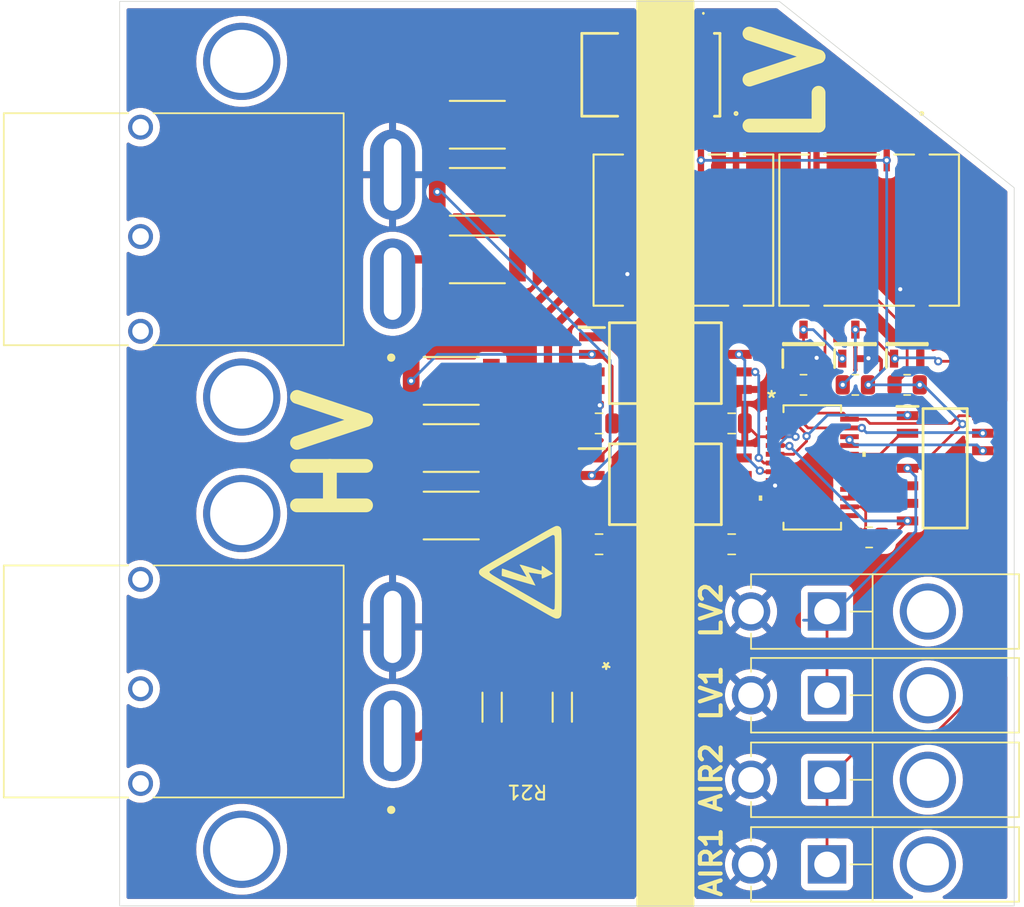
<source format=kicad_pcb>
(kicad_pcb (version 20240108) (generator "pcbnew") (generator_version "8.0")
  (layers (0 "F.Cu" signal) (31 "B.Cu" signal) (34 "B.Paste" user) (35 "F.Paste" user) (36 "B.SilkS" user "B.Silkscreen") (37 "F.SilkS" user "F.Silkscreen") (38 "B.Mask" user) (39 "F.Mask" user) (44 "Edge.Cuts" user))
  (net 0 "")
  (net 1 "VBAT")
  (net 2 "HVGND")
  (net 3 "+5V_HV")
  (net 4 "AIR-")
  (net 5 "+5V_LV")
  (net 6 "CHARGE_EN")
  (net 7 "+12V")
  (net 8 "VCAP")
  (net 9 "AIR+")
  (net 10 "Net-(Q1-G)")
  (net 11 "Net-(R1-Pad2)")
  (net 12 "Net-(R4-Pad2)")
  (net 13 "Net-(U3A--)")
  (net 14 "Net-(U3A-+)")
  (net 15 "Net-(Q1-D)")
  (net 16 "Net-(U3B--)")
  (net 17 "Net-(U3B-+)")
  (net 18 "Net-(R14-Pad2)")
  (net 19 "Net-(U3C--)")
  (net 20 "Net-(U3C-+)")
  (net 21 "Net-(K1-Pad6)")
  (net 22 "VCAP_0.5%")
  (net 23 "VBAT_0.5%")
  (net 24 "Net-(U1-OUT+)")
  (net 25 "Net-(U1-OUT-)")
  (net 26 "Net-(U2-OUT+)")
  (net 27 "Net-(U2-OUT-)")
  (net 28 "Net-(RN10K1-Pad2)")
  (footprint "customFootprints:IMB03IGR" (layer "F.Cu") (at 146.95 92.9692 180)
    (property "Reference" "K1" (hide yes))
    (property "Value" "IMB06IGR" (hide yes))
    (pad "1" smd rect (at -3.8 3 180) (size 0.7 2) (layers "F.Cu" "F.Paste" "F.Mask") (net 6 "CHARGE_EN"))
    (pad "3" smd rect (at 1.6 3 180) (size 0.7 2) (layers "F.Cu" "F.Paste" "F.Mask") (net 1 "VBAT"))
    (pad "6" smd rect (at 1.6 -3 180) (size 0.7 2) (layers "F.Cu" "F.Paste" "F.Mask") (net 21 "Net-(K1-Pad6)"))
    (pad "8" smd rect (at -3.8 -3 180) (size 0.7 2) (layers "F.Cu" "F.Paste" "F.Mask") (net 4 "AIR-"))
  )
  (footprint "Capacitor_SMD:C_0805_2012Metric" (layer "F.Cu") (at 152.8 126.9692 180)
    (property "Reference" "C3" (hide yes))
    (property "Value" "100nF")
    (pad "1" smd roundrect (at -0.95 0 180) (size 1 1.45) (layers "F.Cu" "F.Paste" "F.Mask") (net 4 "AIR-"))
    (pad "2" smd roundrect (at 0.95 0 180) (size 1 1.45) (layers "F.Cu" "F.Paste" "F.Mask") (net 5 "+5V_LV"))
  )
  (footprint "customFootprints:PWR263S-35-1002F_BRN" (layer "F.Cu") (at 138 144.9042 180)
    (property "Reference" "R21" (at 0 0 180) (layer "F.SilkS"))
    (property "Value" "15K")
    (fp_text user "*" (at -5.715 9.446399 180) (layer "F.SilkS"))
    (fp_text user "*" (at -5.715 9.446399 180) (layer "F.SilkS"))
    (pad "1" smd rect (at -2.54 9.446399 180) (size 1.4478 3.81) (layers "F.Cu" "F.Paste" "F.Mask") (net 21 "Net-(K1-Pad6)"))
    (pad "2" smd rect (at 0 0 180) (size 10.16 9.4996) (layers "F.Cu" "F.Paste" "F.Mask"))
    (pad "3" smd rect (at 2.54 9.446399 180) (size 1.4478 3.81) (layers "F.Cu" "F.Paste" "F.Mask") (net 8 "VCAP"))
  )
  (footprint "customFootprints:SOT95P237X112-3N" (layer "F.Cu") (at 165.5 112.47545 90)
    (property "Reference" "Q3" (hide yes))
    (property "Value" "SQ2362" (hide yes))
    (pad "1" smd rect (at -1.05 -0.95 180) (size 0.6 1.3) (layers "F.Cu" "F.Paste" "F.Mask") (net 9 "AIR+"))
    (pad "2" smd rect (at -1.05 0.95 180) (size 0.6 1.3) (layers "F.Cu" "F.Paste" "F.Mask") (net 4 "AIR-"))
    (pad "3" smd rect (at 1.05 0 180) (size 0.6 1.3) (layers "F.Cu" "F.Paste" "F.Mask") (net 6 "CHARGE_EN"))
  )
  (footprint "customFootprints:SMD5_12.75X10.7X6.7_SINGLE_RCP" (layer "F.Cu") (at 149.3046 104.2192 -90)
    (property "Reference" "PS1" (hide yes))
    (property "Value" "PESE1-S12-S5-M-TR")
    (pad "1" smd rect (at -5.0546 -3.81 270) (size 1.6002 0.4572) (layers "F.Cu" "F.Paste" "F.Mask") (net 4 "AIR-"))
    (pad "2" smd rect (at -5.0546 -1.27 270) (size 1.6002 0.4572) (layers "F.Cu" "F.Paste" "F.Mask") (net 7 "+12V"))
    (pad "4" smd rect (at -5.0546 3.81 270) (size 1.6002 0.4572) (layers "F.Cu" "F.Paste" "F.Mask") (net 2 "HVGND"))
    (pad "5" smd rect (at 5.0546 3.81 270) (size 1.6002 0.4572) (layers "F.Cu" "F.Paste" "F.Mask") (net 3 "+5V_HV"))
    (pad "8" smd rect (at 5.0546 -3.81 270) (size 1.6002 0.4572) (layers "F.Cu" "F.Paste" "F.Mask"))
  )
  (footprint "customFootprints:RC2512N_VIS" (layer "F.Cu") (at 134.39 96.588806 180)
    (property "Reference" "R5" (hide yes))
    (property "Value" "11K")
    (pad "1" smd rect (at -2.902793 0 180) (size 1.205598 3.199994) (layers "F.Cu" "F.Paste" "F.Mask") (net 12 "Net-(R4-Pad2)"))
    (pad "2" smd rect (at 2.902793 0 180) (size 1.205598 3.199994) (layers "F.Cu" "F.Paste" "F.Mask") (net 23 "VBAT_0.5%"))
    (zone (net 0) (net_name "") (layer "F.Cu") (connect_pads (clearance 0)) (min_thickness 0.254)
      (keepout (tracks not_allowed) (vias not_allowed) (pads allowed) (copperpour not_allowed) (footprints allowed))
      (fill (thermal_gap 0.508) (thermal_bridge_width 0.508))
      (polygon (pts (xy 136.639195 98.138003) (xy 132.140805 98.138003) (xy 132.140805 95.039609) (xy 136.639195 95.039609)))
    )
  )
  (footprint "customFootprints:SOT95P237X112-3N" (layer "F.Cu") (at 161.75 112.47545 90)
    (property "Reference" "Q2" (hide yes))
    (property "Value" "SQ2362" (hide yes))
    (pad "1" smd rect (at -1.05 -0.95 180) (size 0.6 1.3) (layers "F.Cu" "F.Paste" "F.Mask") (net 15 "Net-(Q1-D)"))
    (pad "2" smd rect (at -1.05 0.95 180) (size 0.6 1.3) (layers "F.Cu" "F.Paste" "F.Mask") (net 4 "AIR-"))
    (pad "3" smd rect (at 1.05 0 180) (size 0.6 1.3) (layers "F.Cu" "F.Paste" "F.Mask") (net 9 "AIR+"))
  )
  (footprint "customFootprints:RC2512N_VIS" (layer "F.Cu") (at 132.5 115.139606 180)
    (property "Reference" "R2" (hide yes))
    (property "Value" "11K")
    (pad "1" smd rect (at -2.902793 0 180) (size 1.205598 3.199994) (layers "F.Cu" "F.Paste" "F.Mask") (net 11 "Net-(R1-Pad2)"))
    (pad "2" smd rect (at 2.902793 0 180) (size 1.205598 3.199994) (layers "F.Cu" "F.Paste" "F.Mask") (net 22 "VCAP_0.5%"))
    (zone (net 0) (net_name "") (layer "F.Cu") (connect_pads (clearance 0)) (min_thickness 0.254)
      (keepout (tracks not_allowed) (vias not_allowed) (pads allowed) (copperpour not_allowed) (footprints allowed))
      (fill (thermal_gap 0.508) (thermal_bridge_width 0.508))
      (polygon (pts (xy 134.749195 116.688803) (xy 130.250805 116.688803) (xy 130.250805 113.590409) (xy 134.749195 113.590409)))
    )
  )
  (footprint "customFootprints:SOIC127P1150X361-8N" (layer "F.Cu") (at 148 122.6232)
    (property "Reference" "U2" (hide yes))
    (property "Value" "ACPL-C87A-500E" (hide yes))
    (pad "1" smd rect (at -5.325 -1.905 90) (size 0.65 1.85) (layers "F.Cu" "F.Paste" "F.Mask") (net 3 "+5V_HV"))
    (pad "2" smd rect (at -5.325 -0.635 90) (size 0.65 1.85) (layers "F.Cu" "F.Paste" "F.Mask") (net 23 "VBAT_0.5%"))
    (pad "3" smd rect (at -5.325 0.635 90) (size 0.65 1.85) (layers "F.Cu" "F.Paste" "F.Mask") (net 2 "HVGND"))
    (pad "4" smd rect (at -5.325 1.905 90) (size 0.65 1.85) (layers "F.Cu" "F.Paste" "F.Mask") (net 2 "HVGND"))
    (pad "5" smd rect (at 5.325 1.905 90) (size 0.65 1.85) (layers "F.Cu" "F.Paste" "F.Mask") (net 4 "AIR-"))
    (pad "6" smd rect (at 5.325 0.635 90) (size 0.65 1.85) (layers "F.Cu" "F.Paste" "F.Mask") (net 27 "Net-(U2-OUT-)"))
    (pad "7" smd rect (at 5.325 -0.635 90) (size 0.65 1.85) (layers "F.Cu" "F.Paste" "F.Mask") (net 26 "Net-(U2-OUT+)"))
    (pad "8" smd rect (at 5.325 -1.905 90) (size 0.65 1.85) (layers "F.Cu" "F.Paste" "F.Mask") (net 5 "+5V_LV"))
  )
  (footprint "customFootprints:SOT95P237X112-3N" (layer "F.Cu") (at 158 112.47545 90)
    (property "Reference" "Q1" (hide yes))
    (property "Value" "AM2328NE" (hide yes))
    (pad "1" smd rect (at -1.05 -0.95 180) (size 0.6 1.3) (layers "F.Cu" "F.Paste" "F.Mask") (net 10 "Net-(Q1-G)"))
    (pad "2" smd rect (at -1.05 0.95 180) (size 0.6 1.3) (layers "F.Cu" "F.Paste" "F.Mask") (net 4 "AIR-"))
    (pad "3" smd rect (at 1.05 0 180) (size 0.6 1.3) (layers "F.Cu" "F.Paste" "F.Mask") (net 15 "Net-(Q1-D)"))
  )
  (footprint "customFootprints:SOIC127P600X175-14N" (layer "F.Cu") (at 168.25 121.4692)
    (property "Reference" "U3" (hide yes))
    (property "Value" "MC34074ADR2G" (hide yes))
    (pad "1" smd rect (at -2.725 -3.81 90) (size 0.65 1.55) (layers "F.Cu" "F.Paste" "F.Mask") (net 28 "Net-(RN10K1-Pad2)"))
    (pad "2" smd rect (at -2.725 -2.54 90) (size 0.65 1.55) (layers "F.Cu" "F.Paste" "F.Mask") (net 13 "Net-(U3A--)"))
    (pad "3" smd rect (at -2.725 -1.27 90) (size 0.65 1.55) (layers "F.Cu" "F.Paste" "F.Mask") (net 14 "Net-(U3A-+)"))
    (pad "4" smd rect (at -2.725 0 90) (size 0.65 1.55) (layers "F.Cu" "F.Paste" "F.Mask") (net 7 "+12V"))
    (pad "5" smd rect (at -2.725 1.27 90) (size 0.65 1.55) (layers "F.Cu" "F.Paste" "F.Mask") (net 17 "Net-(U3B-+)"))
    (pad "6" smd rect (at -2.725 2.54 90) (size 0.65 1.55) (layers "F.Cu" "F.Paste" "F.Mask") (net 16 "Net-(U3B--)"))
    (pad "7" smd rect (at -2.725 3.81 90) (size 0.65 1.55) (layers "F.Cu" "F.Paste" "F.Mask") (net 18 "Net-(R14-Pad2)"))
    (pad "8" smd rect (at 2.725 3.81 90) (size 0.65 1.55) (layers "F.Cu" "F.Paste" "F.Mask"))
    (pad "9" smd rect (at 2.725 2.54 90) (size 0.65 1.55) (layers "F.Cu" "F.Paste" "F.Mask"))
    (pad "10" smd rect (at 2.725 1.27 90) (size 0.65 1.55) (layers "F.Cu" "F.Paste" "F.Mask"))
    (pad "11" smd rect (at 2.725 0 90) (size 0.65 1.55) (layers "F.Cu" "F.Paste" "F.Mask") (net 4 "AIR-"))
    (pad "12" smd rect (at 2.725 -1.27 90) (size 0.65 1.55) (layers "F.Cu" "F.Paste" "F.Mask") (net 20 "Net-(U3C-+)"))
    (pad "13" smd rect (at 2.725 -2.54 90) (size 0.65 1.55) (layers "F.Cu" "F.Paste" "F.Mask") (net 19 "Net-(U3C--)"))
    (pad "14" smd rect (at 2.725 -3.81 90) (size 0.65 1.55) (layers "F.Cu" "F.Paste" "F.Mask") (net 10 "Net-(Q1-G)"))
  )
  (footprint "Resistor_SMD:R_0805_2012Metric" (layer "F.Cu") (at 162.75 126.4692)
    (property "Reference" "R14" (hide yes))
    (property "Value" "9K7")
    (pad "1" smd roundrect (at -0.9125 0) (size 1.025 1.4) (layers "F.Cu" "F.Paste" "F.Mask") (roundrect_rratio 0.243902) (net 16 "Net-(U3B--)"))
    (pad "2" smd roundrect (at 0.9125 0) (size 1.025 1.4) (layers "F.Cu" "F.Paste" "F.Mask") (roundrect_rratio 0.243902) (net 18 "Net-(R14-Pad2)"))
  )
  (footprint "Resistor_SMD:R_0805_2012Metric" (layer "F.Cu") (at 158 115.42545)
    (property "Reference" "R19" (hide yes))
    (property "Value" "1K")
    (pad "1" smd roundrect (at -0.9125 0) (size 1.025 1.4) (layers "F.Cu" "F.Paste" "F.Mask") (roundrect_rratio 0.243902) (net 15 "Net-(Q1-D)"))
    (pad "2" smd roundrect (at 0.9125 0) (size 1.025 1.4) (layers "F.Cu" "F.Paste" "F.Mask") (roundrect_rratio 0.243902) (net 5 "+5V_LV"))
  )
  (footprint "Capacitor_SMD:C_0805_2012Metric" (layer "F.Cu") (at 143.2 118.2192 180)
    (property "Reference" "C5" (hide yes))
    (property "Value" "100nF")
    (pad "1" smd roundrect (at -0.95 0 180) (size 1 1.45) (layers "F.Cu" "F.Paste" "F.Mask") (net 22 "VCAP_0.5%"))
    (pad "2" smd roundrect (at 0.95 0 180) (size 1 1.45) (layers "F.Cu" "F.Paste" "F.Mask") (net 2 "HVGND"))
  )
  (footprint "molexMiniFitJr:MFJ_2X1" (layer "F.Cu") (at 159.7 150.1542 90)
    (property "Reference" "J1" (hide yes))
    (property "Value" "AIR_CONN")
    (pad "1" thru_hole rect (at 0 0 90) (size 2.775 2.775) (drill 1.85) (layers "*.Cu" "*.Mask") (net 9 "AIR+"))
    (pad "2" thru_hole circle (at 0 -5.5 90) (size 2.775 2.775) (drill 1.85) (layers "*.Cu" "*.Mask") (net 4 "AIR-"))
    (pad "P$3" thru_hole circle (at 0 7.3 90) (size 4.066 4.066) (drill 3.05) (layers "*.Cu" "*.Mask"))
  )
  (footprint "customFootprints:SMD5_12.75X10.7X6.7_SINGLE_RCP" (layer "F.Cu") (at 162.75 104.2192 -90)
    (property "Reference" "PS2" (hide yes))
    (property "Value" "PESE1-S12-S5-M-TR")
    (pad "1" smd rect (at -5.0546 -3.81 270) (size 1.6002 0.4572) (layers "F.Cu" "F.Paste" "F.Mask") (net 4 "AIR-"))
    (pad "2" smd rect (at -5.0546 -1.27 270) (size 1.6002 0.4572) (layers "F.Cu" "F.Paste" "F.Mask") (net 7 "+12V"))
    (pad "4" smd rect (at -5.0546 3.81 270) (size 1.6002 0.4572) (layers "F.Cu" "F.Paste" "F.Mask") (net 4 "AIR-"))
    (pad "5" smd rect (at 5.0546 3.81 270) (size 1.6002 0.4572) (layers "F.Cu" "F.Paste" "F.Mask") (net 5 "+5V_LV"))
    (pad "8" smd rect (at 5.0546 -3.81 270) (size 1.6002 0.4572) (layers "F.Cu" "F.Paste" "F.Mask"))
  )
  (footprint "customFootprints:RC2512N_VIS" (layer "F.Cu") (at 134.39 106.338806)
    (property "Reference" "R4" (hide yes))
    (property "Value" "187K")
    (pad "1" smd rect (at -2.902793 0) (size 1.205598 3.199994) (layers "F.Cu" "F.Paste" "F.Mask") (net 1 "VBAT"))
    (pad "2" smd rect (at 2.902793 0) (size 1.205598 3.199994) (layers "F.Cu" "F.Paste" "F.Mask") (net 12 "Net-(R4-Pad2)"))
    (zone (net 0) (net_name "") (layer "F.Cu") (connect_pads (clearance 0)) (min_thickness 0.254)
      (keepout (tracks not_allowed) (vias not_allowed) (pads allowed) (copperpour not_allowed) (footprints allowed))
      (fill (thermal_gap 0.508) (thermal_bridge_width 0.508))
      (polygon (pts (xy 132.140805 104.789609) (xy 136.639195 104.789609) (xy 136.639195 107.888003) (xy 132.140805 107.888003)))
    )
  )
  (footprint "molexMiniFitJr:MFJ_2X1" (layer "F.Cu") (at 159.7 131.8422 90)
    (property "Reference" "J4" (hide yes))
    (property "Value" "LV_CONN")
    (pad "1" thru_hole rect (at 0 0 90) (size 2.775 2.775) (drill 1.85) (layers "*.Cu" "*.Mask") (net 7 "+12V"))
    (pad "2" thru_hole circle (at 0 -5.5 90) (size 2.775 2.775) (drill 1.85) (layers "*.Cu" "*.Mask") (net 4 "AIR-"))
    (pad "P$3" thru_hole circle (at 0 7.3 90) (size 4.066 4.066) (drill 3.05) (layers "*.Cu" "*.Mask"))
  )
  (footprint "customFootprints:RC2512N_VIS" (layer "F.Cu") (at 132.5 120)
    (property "Reference" "R3" (hide yes))
    (property "Value" "1K")
    (pad "1" smd rect (at -2.902793 0) (size 1.205598 3.199994) (layers "F.Cu" "F.Paste" "F.Mask") (net 22 "VCAP_0.5%"))
    (pad "2" smd rect (at 2.902793 0) (size 1.205598 3.199994) (layers "F.Cu" "F.Paste" "F.Mask") (net 2 "HVGND"))
    (zone (net 0) (net_name "") (layer "F.Cu") (connect_pads (clearance 0)) (min_thickness 0.254)
      (keepout (tracks not_allowed) (vias not_allowed) (pads allowed) (copperpour not_allowed) (footprints allowed))
      (fill (thermal_gap 0.508) (thermal_bridge_width 0.508))
      (polygon (pts (xy 130.250805 118.450803) (xy 134.749195 118.450803) (xy 134.749195 121.549197) (xy 130.250805 121.549197)))
    )
  )
  (footprint "Resistor_SMD:R_0805_2012Metric" (layer "F.Cu") (at 165.5 115.42545)
    (property "Reference" "R22" (hide yes))
    (property "Value" "1K")
    (pad "1" smd roundrect (at -0.9125 0) (size 1.025 1.4) (layers "F.Cu" "F.Paste" "F.Mask") (roundrect_rratio 0.243902) (net 6 "CHARGE_EN"))
    (pad "2" smd roundrect (at 0.9125 0) (size 1.025 1.4) (layers "F.Cu" "F.Paste" "F.Mask") (roundrect_rratio 0.243902) (net 7 "+12V"))
  )
  (footprint "customFootprints:APP_ASMPR45-1X2-RK" (layer "F.Cu") (at 128.255 140.8542 90)
    (property "Reference" "J6" (hide yes))
    (property "Value" "CAP_CONN")
    (pad "1" thru_hole oval (at 0 0 90) (size 6.54 3.27) (drill oval 5.23 1.27) (layers "*.Cu" "*.Mask") (net 8 "VCAP"))
    (pad "2" thru_hole oval (at 7.9 0 90) (size 6.54 3.27) (drill oval 5.23 1.27) (layers "*.Cu" "*.Mask") (net 2 "HVGND"))
    (pad "P1" thru_hole circle (at -8.205 -10.92 90) (size 5.586 5.586) (drill 4.57) (layers "*.Cu" "*.Mask"))
    (pad "P2" thru_hole circle (at 16.105 -10.92 90) (size 5.586 5.586) (drill 4.57) (layers "*.Cu" "*.Mask"))
    (pad "P3" thru_hole circle (at -3.44 -18.24 90) (size 1.8 1.8) (drill 1.2) (layers "*.Cu" "*.Mask"))
    (pad "P4" thru_hole circle (at 11.34 -18.24 90) (size 1.8 1.8) (drill 1.2) (layers "*.Cu" "*.Mask"))
    (pad "P5" thru_hole circle (at 3.42 -18.24 90) (size 1.8 1.8) (drill 1.2) (layers "*.Cu" "*.Mask"))
  )
  (footprint "molexMiniFitJr:MFJ_2X1" (layer "F.Cu") (at 159.7 144.0272 90)
    (property "Reference" "J2" (hide yes))
    (property "Value" "TSAL_CONN_AIR")
    (pad "1" thru_hole rect (at 0 0 90) (size 2.775 2.775) (drill 1.85) (layers "*.Cu" "*.Mask") (net 9 "AIR+"))
    (pad "2" thru_hole circle (at 0 -5.5 90) (size 2.775 2.775) (drill 1.85) (layers "*.Cu" "*.Mask") (net 4 "AIR-"))
    (pad "P$3" thru_hole circle (at 0 7.3 90) (size 4.066 4.066) (drill 3.05) (layers "*.Cu" "*.Mask"))
  )
  (footprint "Capacitor_SMD:C_0805_2012Metric" (layer "F.Cu") (at 152.8 118.2192 180)
    (property "Reference" "C4" (hide yes))
    (property "Value" "100nF")
    (pad "1" smd roundrect (at -0.95 0 180) (size 1 1.45) (layers "F.Cu" "F.Paste" "F.Mask") (net 4 "AIR-"))
    (pad "2" smd roundrect (at 0.95 0 180) (size 1 1.45) (layers "F.Cu" "F.Paste" "F.Mask") (net 5 "+5V_LV"))
  )
  (footprint "customFootprints:RC2512N_VIS" (layer "F.Cu") (at 132.5 124.889606)
    (property "Reference" "R1" (hide yes))
    (property "Value" "187K")
    (pad "1" smd rect (at -2.902793 0) (size 1.205598 3.199994) (layers "F.Cu" "F.Paste" "F.Mask") (net 8 "VCAP"))
    (pad "2" smd rect (at 2.902793 0) (size 1.205598 3.199994) (layers "F.Cu" "F.Paste" "F.Mask") (net 11 "Net-(R1-Pad2)"))
    (zone (net 0) (net_name "") (layer "F.Cu") (connect_pads (clearance 0)) (min_thickness 0.254)
      (keepout (tracks not_allowed) (vias not_allowed) (pads allowed) (copperpour not_allowed) (footprints allowed))
      (fill (thermal_gap 0.508) (thermal_bridge_width 0.508))
      (polygon (pts (xy 130.250805 123.340409) (xy 134.749195 123.340409) (xy 134.749195 126.438803) (xy 130.250805 126.438803)))
    )
  )
  (footprint "customFootprints:electric-shock-symbol" (layer "F.Cu") (at 137.5 129 90)
    (property "Reference" "G***" (hide yes))
    (property "Value" "LOGO" (hide yes))
  )
  (footprint "Resistor_SMD:R_0805_2012Metric" (layer "F.Cu") (at 161.75 115.42545)
    (property "Reference" "R20" (hide yes))
    (property "Value" "1K")
    (pad "1" smd roundrect (at -0.9125 0) (size 1.025 1.4) (layers "F.Cu" "F.Paste" "F.Mask") (roundrect_rratio 0.243902) (net 9 "AIR+"))
    (pad "2" smd roundrect (at 0.9125 0) (size 1.025 1.4) (layers "F.Cu" "F.Paste" "F.Mask") (roundrect_rratio 0.243902) (net 7 "+12V"))
  )
  (footprint "Capacitor_SMD:C_0805_2012Metric" (layer "F.Cu") (at 143.2 126.9692 180)
    (property "Reference" "C6" (hide yes))
    (property "Value" "100nF")
    (pad "1" smd roundrect (at -0.95 0 180) (size 1 1.45) (layers "F.Cu" "F.Paste" "F.Mask") (net 23 "VBAT_0.5%"))
    (pad "2" smd roundrect (at 0.95 0 180) (size 1 1.45) (layers "F.Cu" "F.Paste" "F.Mask") (net 2 "HVGND"))
  )
  (footprint "customFootprints:APP_ASMPR45-1X2-RK" (layer "F.Cu") (at 128.255 108.1042 90)
    (property "Reference" "J5" (hide yes))
    (property "Value" "HV_CONN")
    (pad "1" thru_hole oval (at 0 0 90) (size 6.54 3.27) (drill oval 5.23 1.27) (layers "*.Cu" "*.Mask") (net 1 "VBAT"))
    (pad "2" thru_hole oval (at 7.9 0 90) (size 6.54 3.27) (drill oval 5.23 1.27) (layers "*.Cu" "*.Mask") (net 2 "HVGND"))
    (pad "P1" thru_hole circle (at -8.205 -10.92 90) (size 5.586 5.586) (drill 4.57) (layers "*.Cu" "*.Mask"))
    (pad "P2" thru_hole circle (at 16.105 -10.92 90) (size 5.586 5.586) (drill 4.57) (layers "*.Cu" "*.Mask"))
    (pad "P3" thru_hole circle (at -3.44 -18.24 90) (size 1.8 1.8) (drill 1.2) (layers "*.Cu" "*.Mask"))
    (pad "P4" thru_hole circle (at 11.34 -18.24 90) (size 1.8 1.8) (drill 1.2) (layers "*.Cu" "*.Mask"))
    (pad "P5" thru_hole circle (at 3.42 -18.24 90) (size 1.8 1.8) (drill 1.2) (layers "*.Cu" "*.Mask"))
  )
  (footprint "molexMiniFitJr:MFJ_2X1" (layer "F.Cu") (at 159.7 137.9042 90)
    (property "Reference" "J3" (hide yes))
    (property "Value" "TSAL_CONN_LV")
    (pad "1" thru_hole rect (at 0 0 90) (size 2.775 2.775) (drill 1.85) (layers "*.Cu" "*.Mask") (net 7 "+12V"))
    (pad "2" thru_hole circle (at 0 -5.5 90) (size 2.775 2.775) (drill 1.85) (layers "*.Cu" "*.Mask") (net 4 "AIR-"))
    (pad "P$3" thru_hole circle (at 0 7.3 90) (size 4.066 4.066) (drill 3.05) (layers "*.Cu" "*.Mask"))
  )
  (footprint "customFootprints:SOIC127P1150X361-8N" (layer "F.Cu") (at 148 113.8542)
    (property "Reference" "U1" (hide yes))
    (property "Value" "ACPL-C87A-500E" (hide yes))
    (pad "1" smd rect (at -5.325 -1.905 90) (size 0.65 1.85) (layers "F.Cu" "F.Paste" "F.Mask") (net 3 "+5V_HV"))
    (pad "2" smd rect (at -5.325 -0.635 90) (size 0.65 1.85) (layers "F.Cu" "F.Paste" "F.Mask") (net 22 "VCAP_0.5%"))
    (pad "3" smd rect (at -5.325 0.635 90) (size 0.65 1.85) (layers "F.Cu" "F.Paste" "F.Mask") (net 2 "HVGND"))
    (pad "4" smd rect (at -5.325 1.905 90) (size 0.65 1.85) (layers "F.Cu" "F.Paste" "F.Mask") (net 2 "HVGND"))
    (pad "5" smd rect (at 5.325 1.905 90) (size 0.65 1.85) (layers "F.Cu" "F.Paste" "F.Mask") (net 4 "AIR-"))
    (pad "6" smd rect (at 5.325 0.635 90) (size 0.65 1.85) (layers "F.Cu" "F.Paste" "F.Mask") (net 25 "Net-(U1-OUT-)"))
    (pad "7" smd rect (at 5.325 -0.635 90) (size 0.65 1.85) (layers "F.Cu" "F.Paste" "F.Mask") (net 24 "Net-(U1-OUT+)"))
    (pad "8" smd rect (at 5.325 -1.905 90) (size 0.65 1.85) (layers "F.Cu" "F.Paste" "F.Mask") (net 5 "+5V_LV"))
  )
  (footprint "customFootprints:GULLWING24_VIS" (layer "F.Cu") (at 158.6326 121.4042)
    (property "Reference" "RN10K1" (hide yes))
    (property "Value" "10K")
    (fp_text user "*" (at -2.9464 -4.9911 0) (layer "F.SilkS"))
    (fp_text user "*" (at -2.9464 -4.9911 0) (layer "F.SilkS"))
    (pad "1" smd rect (at -2.6924 -3.4925) (size 1.3462 0.3556) (layers "F.Cu" "F.Paste" "F.Mask") (net 19 "Net-(U3C--)"))
    (pad "2" smd rect (at -2.6924 -2.8575) (size 1.3462 0.3556) (layers "F.Cu" "F.Paste" "F.Mask") (net 28 "Net-(RN10K1-Pad2)"))
    (pad "3" smd rect (at -2.6924 -2.2225) (size 1.3462 0.3556) (layers "F.Cu" "F.Paste" "F.Mask") (net 4 "AIR-"))
    (pad "4" smd rect (at -2.6924 -1.5875) (size 1.3462 0.3556) (layers "F.Cu" "F.Paste" "F.Mask") (net 18 "Net-(R14-Pad2)"))
    (pad "5" smd rect (at -2.6924 -0.9525) (size 1.3462 0.3556) (layers "F.Cu" "F.Paste" "F.Mask") (net 28 "Net-(RN10K1-Pad2)"))
    (pad "6" smd rect (at -2.6924 -0.3175) (size 1.3462 0.3556) (layers "F.Cu" "F.Paste" "F.Mask") (net 25 "Net-(U1-OUT-)"))
    (pad "7" smd rect (at -2.6924 0.3175) (size 1.3462 0.3556) (layers "F.Cu" "F.Paste" "F.Mask") (net 24 "Net-(U1-OUT+)"))
    (pad "8" smd rect (at -2.6924 0.9525) (size 1.3462 0.3556) (layers "F.Cu" "F.Paste" "F.Mask") (net 4 "AIR-"))
    (pad "9" smd rect (at -2.6924 1.5875) (size 1.3462 0.3556) (layers "F.Cu" "F.Paste" "F.Mask") (net 4 "AIR-"))
    (pad "10" smd rect (at -2.6924 2.2225) (size 1.3462 0.3556) (layers "F.Cu" "F.Paste" "F.Mask") (net 26 "Net-(U2-OUT+)"))
    (pad "11" smd rect (at -2.6924 2.8575) (size 1.3462 0.3556) (layers "F.Cu" "F.Paste" "F.Mask") (net 27 "Net-(U2-OUT-)"))
    (pad "12" smd rect (at -2.6924 3.4925) (size 1.3462 0.3556) (layers "F.Cu" "F.Paste" "F.Mask"))
    (pad "13" smd rect (at 2.6924 3.4925) (size 1.3462 0.3556) (layers "F.Cu" "F.Paste" "F.Mask"))
    (pad "14" smd rect (at 2.6924 2.8575) (size 1.3462 0.3556) (layers "F.Cu" "F.Paste" "F.Mask") (net 16 "Net-(U3B--)"))
    (pad "15" smd rect (at 2.6924 2.2225) (size 1.3462 0.3556) (layers "F.Cu" "F.Paste" "F.Mask") (net 17 "Net-(U3B-+)"))
    (pad "16" smd rect (at 2.6924 1.5875) (size 1.3462 0.3556) (layers "F.Cu" "F.Paste" "F.Mask") (net 17 "Net-(U3B-+)"))
    (pad "17" smd rect (at 2.6924 0.9525) (size 1.3462 0.3556) (layers "F.Cu" "F.Paste" "F.Mask") (net 14 "Net-(U3A-+)"))
    (pad "18" smd rect (at 2.6924 0.3175) (size 1.3462 0.3556) (layers "F.Cu" "F.Paste" "F.Mask") (net 14 "Net-(U3A-+)"))
    (pad "19" smd rect (at 2.6924 -0.3175) (size 1.3462 0.3556) (layers "F.Cu" "F.Paste" "F.Mask") (net 13 "Net-(U3A--)"))
    (pad "20" smd rect (at 2.6924 -0.9525) (size 1.3462 0.3556) (layers "F.Cu" "F.Paste" "F.Mask") (net 13 "Net-(U3A--)"))
    (pad "21" smd rect (at 2.6924 -1.5875) (size 1.3462 0.3556) (layers "F.Cu" "F.Paste" "F.Mask") (net 20 "Net-(U3C-+)"))
    (pad "22" smd rect (at 2.6924 -2.2225) (size 1.3462 0.3556) (layers "F.Cu" "F.Paste" "F.Mask") (net 20 "Net-(U3C-+)"))
    (pad "23" smd rect (at 2.6924 -2.8575) (size 1.3462 0.3556) (layers "F.Cu" "F.Paste" "F.Mask") (net 19 "Net-(U3C--)"))
    (pad "24" smd rect (at 2.6924 -3.4925) (size 1.3462 0.3556) (layers "F.Cu" "F.Paste" "F.Mask") (net 10 "Net-(Q1-G)"))
  )
  (footprint "customFootprints:RC2512N_VIS" (layer "F.Cu") (at 134.39 101.4492)
    (property "Reference" "R6" (hide yes))
    (property "Value" "1K")
    (pad "1" smd rect (at -2.902793 0) (size 1.205598 3.199994) (layers "F.Cu" "F.Paste" "F.Mask") (net 23 "VBAT_0.5%"))
    (pad "2" smd rect (at 2.902793 0) (size 1.205598 3.199994) (layers "F.Cu" "F.Paste" "F.Mask") (net 2 "HVGND"))
    (zone (net 0) (net_name "") (layer "F.Cu") (connect_pads (clearance 0)) (min_thickness 0.254)
      (keepout (tracks not_allowed) (vias not_allowed) (pads allowed) (copperpour not_allowed) (footprints allowed))
      (fill (thermal_gap 0.508) (thermal_bridge_width 0.508))
      (polygon (pts (xy 132.140805 99.900003) (xy 136.639195 99.900003) (xy 136.639195 102.998397) (xy 132.140805 102.998397)))
    )
  )
  (gr_rect (start 146 87.6542) (end 150 153.1542) (stroke (width 0.2)) (fill solid) (layer "F.SilkS"))
  (gr_poly (pts (xy 108.5 153.1542) (xy 173.25 153.1542) (xy 173.25 101.1542) (xy 156.25 87.6542) (xy 108.5 87.6542)) (stroke (width 0.05)) (fill none) (layer "Edge.Cuts"))
  (gr_text "AIR1" (at 152.2 152.6542 90) (layer "F.SilkS") (effects (font (size 1.5 1.5) (thickness 0.3) (bold yes)) (justify left bottom)))
  (gr_text "LV1" (at 152.2 139.9042 90) (layer "F.SilkS") (effects (font (size 1.5 1.5) (thickness 0.3) (bold yes)) (justify left bottom)))
  (gr_text "LV" (at 159.75 98.5 90) (layer "F.SilkS") (effects (font (size 5 5) (thickness 1) (bold yes)) (justify left bottom)))
  (gr_text "LV2" (at 152.2 133.9042 90) (layer "F.SilkS") (effects (font (size 1.5 1.5) (thickness 0.3) (bold yes)) (justify left bottom)))
  (gr_text "HV" (at 127 126 90) (layer "F.SilkS") (effects (font (size 5 5) (thickness 1) (bold yes)) (justify left bottom)))
  (gr_text "AIR2" (at 152.2 146.5272 90) (layer "F.SilkS") (effects (font (size 1.5 1.5) (thickness 0.3) (bold yes)) (justify left bottom)))
  (segment (start 133.482738 109.6542) (end 138.5 109.6542) (width 0.6) (layer "F.Cu") (net 1))
  (segment (start 131.487207 106.338806) (end 131.487207 107.658669) (width 0.6) (layer "F.Cu") (net 1))
  (segment (start 138.5 109.6542) (end 141.25 106.9042) (width 0.6) (layer "F.Cu") (net 1))
  (segment (start 128.280394 106.338806) (end 128.17 106.4492) (width 0.2) (layer "F.Cu") (net 1))
  (segment (start 141.25 106.9042) (end 141.25 94.0692) (width 0.6) (layer "F.Cu") (net 1))
  (segment (start 141.25 94.0692) (end 145.35 89.9692) (width 0.6) (layer "F.Cu") (net 1))
  (segment (start 131.487207 106.338806) (end 128.280394 106.338806) (width 0.6) (layer "F.Cu") (net 1))
  (segment (start 131.487207 107.658669) (end 133.482738 109.6542) (width 0.6) (layer "F.Cu") (net 1))
  (via (at 143.25 116.9042) (size 0.6) (drill 0.3) (layers "F.Cu" "B.Cu") (net 2))
  (via (at 145.25 107.4042) (size 0.6) (drill 0.3) (layers "F.Cu" "B.Cu") (net 2))
  (segment (start 143.255 111.9492) (end 142.675 111.9492) (width 0.2) (layer "F.Cu") (net 3))
  (segment (start 145 113.6942) (end 145 118.878944) (width 0.2) (layer "F.Cu") (net 3))
  (segment (start 143.160744 120.7182) (end 142.675 120.7182) (width 0.2) (layer "F.Cu") (net 3))
  (segment (start 142.8192 111.9492) (end 142.675 111.9492) (width 0.2) (layer "F.Cu") (net 3))
  (segment (start 145.4946 109.2738) (end 142.8192 111.9492) (width 0.2) (layer "F.Cu") (net 3))
  (segment (start 145 113.6942) (end 143.255 111.9492) (width 0.2) (layer "F.Cu") (net 3))
  (segment (start 145 118.878944) (end 143.160744 120.7182) (width 0.2) (layer "F.Cu") (net 3))
  (segment (start 155.9402 119.1817) (end 157.415095 119.1817) (width 0.2) (layer "F.Cu") (net 4))
  (segment (start 162.7 113.52545) (end 162.7 113.502043) (width 0.2) (layer "F.Cu") (net 4))
  (segment (start 155.9402 119.1817) (end 154.7125 119.1817) (width 0.2) (layer "F.Cu") (net 4))
  (segment (start 162.7 113.502043) (end 162.776593 113.42545) (width 0.2) (layer "F.Cu") (net 4))
  (segment (start 155.9402 122.7192) (end 155.9402 122.9917) (width 0.2) (layer "F.Cu") (net 4))
  (segment (start 158.95 113.52545) (end 158.95 113.4692) (width 0.2) (layer "F.Cu") (net 4))
  (segment (start 154.7125 119.1817) (end 153.75 118.2192) (width 0.2) (layer "F.Cu") (net 4))
  (segment (start 157.415095 119.1817) (end 157.420849 119.187454) (width 0.2) (layer "F.Cu") (net 4))
  (segment (start 155.9402 122.3567) (end 155.9402 122.7192) (width 0.2) (layer "F.Cu") (net 4))
  (via (at 158.95 113.4692) (size 0.6) (drill 0.3) (layers "F.Cu" "B.Cu") (net 4))
  (via (at 165 108.5) (size 0.6) (drill 0.3) (layers "F.Cu" "B.Cu") (net 4))
  (via (at 155.9402 122.7192) (size 0.6) (drill 0.3) (layers "F.Cu" "B.Cu") (net 4))
  (via (at 162.7 113.502043) (size 0.6) (drill 0.3) (layers "F.Cu" "B.Cu") (net 4))
  (via (at 157.420849 119.187454) (size 0.6) (drill 0.3) (layers "F.Cu" "B.Cu") (net 4))
  (segment (start 156.25 122.4094) (end 155.9402 122.7192) (width 0.2) (layer "B.Cu") (net 4))
  (segment (start 156.790717 119.187454) (end 156.25 119.728171) (width 0.2) (layer "B.Cu") (net 4))
  (segment (start 157.420849 119.187454) (end 156.790717 119.187454) (width 0.2) (layer "B.Cu") (net 4))
  (segment (start 156.25 119.728171) (end 156.25 122.4094) (width 0.2) (layer "B.Cu") (net 4))
  (segment (start 152.725 111.9492) (end 153.325 111.9492) (width 0.2) (layer "F.Cu") (net 5))
  (segment (start 153.325 111.9492) (end 153.73 111.9492) (width 0.2) (layer "F.Cu") (net 5))
  (segment (start 151.8 121.6432) (end 151.8 126.9692) (width 0.2) (layer "F.Cu") (net 5))
  (segment (start 159.55 109.8838) (end 158.94 109.2738) (width 0.2) (layer "F.Cu") (net 5))
  (segment (start 159.55 114.78795) (end 159.55 109.8838) (width 0.2) (layer "F.Cu") (net 5))
  (segment (start 153.325 120.7182) (end 152.499 120.7182) (width 0.2) (layer "F.Cu") (net 5))
  (segment (start 151.8 120.0192) (end 151.8 118.2192) (width 0.2) (layer "F.Cu") (net 5))
  (segment (start 153.73 111.9492) (end 156.4054 109.2738) (width 0.2) (layer "F.Cu") (net 5))
  (segment (start 151.8 118.2192) (end 151.8 112.8742) (width 0.2) (layer "F.Cu") (net 5))
  (segment (start 156.4054 109.2738) (end 158.94 109.2738) (width 0.2) (layer "F.Cu") (net 5))
  (segment (start 152.725 120.7182) (end 151.8 121.6432) (width 0.2) (layer "F.Cu") (net 5))
  (segment (start 158.9125 115.42545) (end 159.55 114.78795) (width 0.2) (layer "F.Cu") (net 5))
  (segment (start 153.325 120.7182) (end 152.725 120.7182) (width 0.2) (layer "F.Cu") (net 5))
  (segment (start 152.499 120.7182) (end 151.8 120.0192) (width 0.2) (layer "F.Cu") (net 5))
  (segment (start 151.8 112.8742) (end 152.725 111.9492) (width 0.2) (layer "F.Cu") (net 5))
  (segment (start 158.4114 104.33685) (end 158.4114 97.6306) (width 0.2) (layer "F.Cu") (net 6))
  (segment (start 165.5 114.51295) (end 165.5 111.42545) (width 0.2) (layer "F.Cu") (net 6))
  (segment (start 165.5 111.42545) (end 158.4114 104.33685) (width 0.2) (layer "F.Cu") (net 6))
  (segment (start 158.4114 97.6306) (end 150.75 89.9692) (width 0.2) (layer "F.Cu") (net 6))
  (segment (start 164.5875 115.42545) (end 165.5 114.51295) (width 0.2) (layer "F.Cu") (net 6))
  (segment (start 169.504265 118.263465) (end 166.29853 121.4692) (width 0.2) (layer "F.Cu") (net 7))
  (segment (start 166.29853 121.4692) (end 165.525 121.4692) (width 0.2) (layer "F.Cu") (net 7))
  (segment (start 162.6625 115.42545) (end 162.7 115.42545) (width 0.2) (layer "F.Cu") (net 7))
  (segment (start 159.7 131.8422) (end 159.7 137.9042) (width 0.2) (layer "F.Cu") (net 7))
  (via (at 162.7 115.42545) (size 0.6) (drill 0.3) (layers "F.Cu" "B.Cu") (net 7))
  (via (at 164.02 99.1646) (size 0.6) (drill 0.3) (layers "F.Cu" "B.Cu") (net 7))
  (via (at 165.525 121.4692) (size 0.6) (drill 0.3) (layers "F.Cu" "B.Cu") (net 7))
  (via (at 150.5746 99.1646) (size 0.6) (drill 0.3) (layers "F.Cu" "B.Cu") (net 7))
  (via (at 169.504265 118.263465) (size 0.6) (drill 0.3) (layers "F.Cu" "B.Cu") (net 7))
  (via (at 166.4125 115.42545) (size 0.6) (drill 0.3) (layers "F.Cu" "B.Cu") (net 7))
  (segment (start 158 132.4692) (end 159.5875 132.4692) (width 0.2) (layer "B.Cu") (net 7))
  (segment (start 166.4125 115.42545) (end 166.66625 115.42545) (width 0.2) (layer "B.Cu") (net 7))
  (segment (start 164 99.1446) (end 164.02 99.1646) (width 0.2) (layer "B.Cu") (net 7))
  (segment (start 166.125 125.9042) (end 166.125 122.0692) (width 0.2) (layer "B.Cu") (net 7))
  (segment (start 166.66625 115.42545) (end 169.504265 118.263465) (width 0.2) (layer "B.Cu") (net 7))
  (segment (start 166.125 125.9042) (end 166.125 126.0292) (width 0.2) (layer "B.Cu") (net 7))
  (segment (start 164.02 114.10545) (end 164.02 99.1646) (width 0.2) (layer "B.Cu") (net 7))
  (segment (start 160.312 131.8422) (end 159.7 131.8422) (width 0.2) (layer "B.Cu") (net 7))
  (segment (start 166.125 122.0692) (end 165.525 121.4692) (width 0.2) (layer "B.Cu") (net 7))
  (segment (start 164.02 99.1646) (end 150.5746 99.1646) (width 0.2) (layer "B.Cu") (net 7))
  (segment (start 166.125 125.9317) (end 166.125 125.9042) (width 0.2) (layer "B.Cu") (net 7))
  (segment (start 166.125 126.0292) (end 160.312 131.8422) (width 0.2) (layer "B.Cu") (net 7))
  (segment (start 162.7 115.42545) (end 164.02 114.10545) (width 0.2) (layer "B.Cu") (net 7))
  (segment (start 162.7 115.42545) (end 166.4125 115.42545) (width 0.2) (layer "B.Cu") (net 7))
  (segment (start 128.305 140.9042) (end 128.255 140.8542) (width 0.6) (layer "F.Cu") (net 8))
  (segment (start 135.46 135.6942) (end 130.25 140.9042) (width 0.6) (layer "F.Cu") (net 8))
  (segment (start 135.46 134.8642) (end 135.46 135.457801) (width 0.6) (layer "F.Cu") (net 8))
  (segment (start 135.46 135.457801) (end 135.46 135.6942) (width 0.6) (layer "F.Cu") (net 8))
  (segment (start 129.597207 127.222207) (end 129.597207 124.889606) (width 0.6) (layer "F.Cu") (net 8))
  (segment (start 135.46 135.457801) (end 135.46 133.085) (width 0.6) (layer "F.Cu") (net 8))
  (segment (start 130.25 140.9042) (end 128.305 140.9042) (width 0.6) (layer "F.Cu") (net 8))
  (segment (start 135.46 133.085) (end 129.597207 127.222207) (width 0.6) (layer "F.Cu") (net 8))
  (segment (start 172.5 135.703561) (end 167.049361 141.1542) (width 0.2) (layer "F.Cu") (net 9))
  (segment (start 168.75 113.7192) (end 172.5 117.4692) (width 0.2) (layer "F.Cu") (net 9))
  (segment (start 167.75 113.7192) (end 168.75 113.7192) (width 0.2) (layer "F.Cu") (net 9))
  (segment (start 161.75 111.42545) (end 162.45 111.42545) (width 0.2) (layer "F.Cu") (net 9))
  (segment (start 160.8 115.38795) (end 160.8375 115.42545) (width 0.2) (layer "F.Cu") (net 9))
  (segment (start 162.45 111.42545) (end 164.55 113.52545) (width 0.2) (layer "F.Cu") (net 9))
  (segment (start 172.5 117.4692) (end 172.5 135.703561) (width 0.2) (layer "F.Cu") (net 9))
  (segment (start 159.7 144.0272) (end 159.7 150.1542) (width 0.2) (layer "F.Cu") (net 9))
  (segment (start 162.573 141.1542) (end 159.7 144.0272) (width 0.2) (layer "F.Cu") (net 9))
  (segment (start 167.049361 141.1542) (end 162.573 141.1542) (width 0.2) (layer "F.Cu") (net 9))
  (via (at 164.62 113.52545) (size 0.6) (drill 0.3) (layers "F.Cu" "B.Cu") (net 9))
  (via (at 160.8375 115.42545) (size 0.6) (drill 0.3) (layers "F.Cu" "B.Cu") (net 9))
  (via (at 161.75 111.42545) (size 0.6) (drill 0.3) (layers "F.Cu" "B.Cu") (net 9))
  (via (at 167.75 113.7192) (size 0.6) (drill 0.3) (layers "F.Cu" "B.Cu") (net 9))
  (segment (start 167.75 113.7192) (end 167.5 113.4692) (width 0.2) (layer "B.Cu") (net 9))
  (segment (start 164.67625 113.4692) (end 164.62 113.52545) (width 0.2) (layer "B.Cu") (net 9))
  (segment (start 161.75 114.51295) (end 160.8375 115.42545) (width 0.2) (layer "B.Cu") (net 9))
  (segment (start 161.75 114.51295) (end 161.75 111.42545) (width 0.2) (layer "B.Cu") (net 9))
  (segment (start 167.5 113.4692) (end 164.67625 113.4692) (width 0.2) (layer "B.Cu") (net 9))
  (segment (start 161.325 117.9117) (end 162.4925 117.9117) (width 0.2) (layer "F.Cu") (net 10))
  (segment (start 162.8 118.2192) (end 168.7 118.2192) (width 0.2) (layer "F.Cu") (net 10))
  (segment (start 157.634006 117.4692) (end 160.8825 117.4692) (width 0.2) (layer "F.Cu") (net 10))
  (segment (start 156.275 114.30045) (end 156.275 116.110194) (width 0.2) (layer "F.Cu") (net 10))
  (segment (start 160.8825 117.4692) (end 161.325 117.9117) (width 0.2) (layer "F.Cu") (net 10))
  (segment (start 162.4925 117.9117) (end 162.8 118.2192) (width 0.2) (layer "F.Cu") (net 10))
  (segment (start 168.7 118.2192) (end 169.26 117.6592) (width 0.2) (layer "F.Cu") (net 10))
  (segment (start 157.05 113.52545) (end 156.275 114.30045) (width 0.2) (layer "F.Cu") (net 10))
  (segment (start 156.275 116.110194) (end 157.634006 117.4692) (width 0.2) (layer "F.Cu") (net 10))
  (segment (start 169.26 117.6592) (end 170.975 117.6592) (width 0.2) (layer "F.Cu") (net 10))
  (segment (start 135.402793 115.139606) (end 137.11 116.846813) (width 0.6) (layer "F.Cu") (net 11))
  (segment (start 137.11 123.182399) (end 135.402793 124.889606) (width 0.6) (layer "F.Cu") (net 11))
  (segment (start 137.11 116.846813) (end 137.11 123.182399) (width 0.6) (layer "F.Cu") (net 11))
  (segment (start 139 98.296013) (end 137.292793 96.588806) (width 0.6) (layer "F.Cu") (net 12))
  (segment (start 139 104.631599) (end 139 98.296013) (width 0.6) (layer "F.Cu") (net 12))
  (segment (start 137.292793 106.338806) (end 139 104.631599) (width 0.6) (layer "F.Cu") (net 12))
  (segment (start 161.325 121.0867) (end 161.325 120.4517) (width 0.2) (layer "F.Cu") (net 13))
  (segment (start 161.325 120.4517) (end 163.5525 120.4517) (width 0.2) (layer "F.Cu") (net 13))
  (segment (start 163.5525 120.4517) (end 165.075 118.9292) (width 0.2) (layer "F.Cu") (net 13))
  (segment (start 165.075 118.9292) (end 165.525 118.9292) (width 0.2) (layer "F.Cu") (net 13))
  (segment (start 163.5725 121.7217) (end 165.095 120.1992) (width 0.2) (layer "F.Cu") (net 14))
  (segment (start 161.325 121.7217) (end 161.325 122.3567) (width 0.2) (layer "F.Cu") (net 14))
  (segment (start 165.095 120.1992) (end 165.525 120.1992) (width 0.2) (layer "F.Cu") (net 14))
  (segment (start 161.325 121.7217) (end 163.5725 121.7217) (width 0.2) (layer "F.Cu") (net 14))
  (segment (start 158 114.51295) (end 158 111.42545) (width 0.2) (layer "F.Cu") (net 15))
  (segment (start 157.0875 115.42545) (end 158 114.51295) (width 0.2) (layer "F.Cu") (net 15))
  (via (at 158 111.42545) (size 0.6) (drill 0.3) (layers "F.Cu" "B.Cu") (net 15))
  (via (at 160.8 113.52545) (size 0.6) (drill 0.3) (layers "F.Cu" "B.Cu") (net 15))
  (segment (start 158 111.42545) (end 158.7 111.42545) (width 0.2) (layer "B.Cu") (net 15))
  (segment (start 158.7 111.42545) (end 160.8 113.52545) (width 0.2) (layer "B.Cu") (net 15))
  (segment (start 162.5 124.5636) (end 162.1981 124.2617) (width 0.2) (layer "F.Cu") (net 16))
  (segment (start 162.1981 124.2617) (end 161.325 124.2617) (width 0.2) (layer "F.Cu") (net 16))
  (segment (start 165.2725 124.2617) (end 165.525 124.0092) (width 0.2) (layer "F.Cu") (net 16))
  (segment (start 162.5 125.8067) (end 162.5 124.5636) (width 0.2) (layer "F.Cu") (net 16))
  (segment (start 161.325 124.2617) (end 165.2725 124.2617) (width 0.2) (layer "F.Cu") (net 16))
  (segment (start 161.8375 126.4692) (end 162.5 125.8067) (width 0.2) (layer "F.Cu") (net 16))
  (segment (start 161.325 122.9917) (end 165.2725 122.9917) (width 0.2) (layer "F.Cu") (net 17))
  (segment (start 161.325 123.6267) (end 161.325 122.9917) (width 0.2) (layer "F.Cu") (net 17))
  (segment (start 165.2725 122.9917) (end 165.525 122.7392) (width 0.2) (layer "F.Cu") (net 17))
  (segment (start 164.335 126.4692) (end 165.525 125.2792) (width 0.2) (layer "F.Cu") (net 18))
  (segment (start 156.975 119.8517) (end 156.94 119.8167) (width 0.2) (layer "F.Cu") (net 18))
  (segment (start 163.6625 126.4692) (end 164.335 126.4692) (width 0.2) (layer "F.Cu") (net 18))
  (segment (start 156.94 119.8167) (end 155.9402 119.8167) (width 0.2) (layer "F.Cu") (net 18))
  (via (at 165.525 125.2792) (size 0.6) (drill 0.3) (layers "F.Cu" "B.Cu") (net 18))
  (via (at 156.975 119.8517) (size 0.6) (drill 0.3) (layers "F.Cu" "B.Cu") (net 18))
  (segment (start 162.4025 125.2792) (end 165.525 125.2792) (width 0.2) (layer "B.Cu") (net 18))
  (segment (start 156.975 119.8517) (end 162.4025 125.2792) (width 0.2) (layer "B.Cu") (net 18))
  (segment (start 157.6925 117.9117) (end 158.3275 118.5467) (width 0.2) (layer "F.Cu") (net 19))
  (segment (start 162.2175 118.5467) (end 161.325 118.5467) (width 0.2) (layer "F.Cu") (net 19))
  (segment (start 155.9402 117.9117) (end 157.6925 117.9117) (width 0.2) (layer "F.Cu") (net 19))
  (segment (start 158.3275 118.5467) (end 161.325 118.5467) (width 0.2) (layer "F.Cu") (net 19))
  (via (at 162.2175 118.5467) (size 0.6) (drill 0.3) (layers "F.Cu" "B.Cu") (net 19))
  (via (at 170.975 118.9292) (size 0.6) (drill 0.3) (layers "F.Cu" "B.Cu") (net 19))
  (segment (start 162.555735 118.884935) (end 162.2175 118.5467) (width 0.2) (layer "B.Cu") (net 19))
  (segment (start 170.975 118.9292) (end 170.930735 118.884935) (width 0.2) (layer "B.Cu") (net 19))
  (segment (start 170.930735 118.884935) (end 162.555735 118.884935) (width 0.2) (layer "B.Cu") (net 19))
  (segment (start 161.325 119.1817) (end 161.325 119.4042) (width 0.2) (layer "F.Cu") (net 20))
  (via (at 161.325 119.4042) (size 0.6) (drill 0.3) (layers "F.Cu" "B.Cu") (net 20))
  (via (at 170.975 120.1992) (size 0.6) (drill 0.3) (layers "F.Cu" "B.Cu") (net 20))
  (segment (start 161.694698 119.773898) (end 170.549698 119.773898) (width 0.2) (layer "B.Cu") (net 20))
  (segment (start 170.549698 119.773898) (end 170.975 120.1992) (width 0.2) (layer "B.Cu") (net 20))
  (segment (start 161.325 119.4042) (end 161.694698 119.773898) (width 0.2) (layer "B.Cu") (net 20))
  (segment (start 139.5 134.417801) (end 140.54 135.457801) (width 0.6) (layer "F.Cu") (net 21))
  (segment (start 139.5 111.6542) (end 139.5 134.417801) (width 0.6) (layer "F.Cu") (net 21))
  (segment (start 144 97.3192) (end 144 107.1542) (width 0.6) (layer "F.Cu") (net 21))
  (segment (start 144 107.1542) (end 139.5 111.6542) (width 0.6) (layer "F.Cu") (net 21))
  (segment (start 145.35 95.9692) (end 144 97.3192) (width 0.6) (layer "F.Cu") (net 21))
  (segment (start 129.597207 115.139606) (end 129.597207 117.5) (width 0.6) (layer "F.Cu") (net 22))
  (segment (start 143.275 113.2192) (end 144.15 114.0942) (width 0.2) (layer "F.Cu") (net 22))
  (segment (start 129.597207 117.5) (end 129.597207 120) (width 0.6) (layer "F.Cu") (net 22))
  (segment (start 142.675 113.2192) (end 143.275 113.2192) (width 0.2) (layer "F.Cu") (net 22))
  (segment (start 144.15 114.0942) (end 144.15 118.2192) (width 0.2) (layer "F.Cu") (net 22))
  (segment (start 129.599472 117.497735) (end 129.597207 117.5) (width 0.2) (layer "F.Cu") (net 22))
  (via (at 142.675 113.2192) (size 0.6) (drill 0.3) (layers "F.Cu" "B.Cu") (net 22))
  (via (at 129.597207 115.139606) (size 0.6) (drill 0.3) (layers "F.Cu" "B.Cu") (net 22))
  (segment (start 142.675 113.2192) (end 131.517613 113.2192) (width 0.2) (layer "B.Cu") (net 22))
  (segment (start 131.517613 113.2192) (end 129.597207 115.139606) (width 0.2) (layer "B.Cu") (net 22))
  (segment (start 143.275 121.9882) (end 144.15 122.8632) (width 0.2) (layer "F.Cu") (net 23))
  (segment (start 144.15 122.8632) (end 144.15 126.9692) (width 0.2) (layer "F.Cu") (net 23))
  (segment (start 142.675 121.9882) (end 143.275 121.9882) (width 0.2) (layer "F.Cu") (net 23))
  (segment (start 131.487207 96.588806) (end 131.487207 101.4492) (width 0.6) (layer "F.Cu") (net 23))
  (segment (start 142.075 121.9882) (end 142.675 121.9882) (width 0.2) (layer "F.Cu") (net 23))
  (via (at 131.487207 101.4492) (size 0.6) (drill 0.3) (layers "F.Cu" "B.Cu") (net 23))
  (via (at 142.675 121.9882) (size 0.6) (drill 0.3) (layers "F.Cu" "B.Cu") (net 23))
  (segment (start 131.487207 101.4492) (end 131.795 101.4492) (width 0.2) (layer "B.Cu") (net 23))
  (segment (start 131.795 101.4492) (end 144 113.6542) (width 0.2) (layer "B.Cu") (net 23))
  (segment (start 144 113.6542) (end 144 120.6632) (width 0.2) (layer "B.Cu") (net 23))
  (segment (start 144 120.6632) (end 142.675 121.9882) (width 0.2) (layer "B.Cu") (net 23))
  (segment (start 152.745 113.0642) (end 153.325 113.0642) (width 0.2) (layer "F.Cu") (net 24))
  (segment (start 155.9402 121.7217) (end 154.92115 121.7217) (width 0.2) (layer "F.Cu") (net 24))
  (segment (start 154.92115 121.7217) (end 154.842545 121.643095) (width 0.2) (layer "F.Cu") (net 24))
  (via (at 153.325 113.2192) (size 0.6) (drill 0.3) (layers "F.Cu" "B.Cu") (net 24))
  (via (at 154.842545 121.643095) (size 0.6) (drill 0.3) (layers "F.Cu" "B.Cu") (net 24))
  (segment (start 153.75 113.6442) (end 153.325 113.2192) (width 0.2) (layer "B.Cu") (net 24))
  (segment (start 154.842545 121.643095) (end 153.75 120.55055) (width 0.2) (layer "B.Cu") (net 24))
  (segment (start 153.75 120.55055) (end 153.75 113.6442) (width 0.2) (layer "B.Cu") (net 24))
  (segment (start 154.5 114.4892) (end 153.325 114.4892) (width 0.2) (layer "F.Cu") (net 25))
  (segment (start 154.75859 120.71061) (end 155.13468 121.0867) (width 0.2) (layer "F.Cu") (net 25))
  (segment (start 155.13468 121.0867) (end 155.9402 121.0867) (width 0.2) (layer "F.Cu") (net 25))
  (via (at 154.75859 120.71061) (size 0.6) (drill 0.3) (layers "F.Cu" "B.Cu") (net 25))
  (via (at 154.5 114.4892) (size 0.6) (drill 0.3) (layers "F.Cu" "B.Cu") (net 25))
  (segment (start 154.5 114.4892) (end 154.75859 114.74779) (width 0.2) (layer "B.Cu") (net 25))
  (segment (start 154.75859 114.74779) (end 154.75859 120.71061) (width 0.2) (layer "B.Cu") (net 25))
  (segment (start 154.75 122.8332) (end 154.75 123.2195) (width 0.2) (layer "F.Cu") (net 26))
  (segment (start 153.325 121.9882) (end 153.905 121.9882) (width 0.2) (layer "F.Cu") (net 26))
  (segment (start 153.905 121.9882) (end 154.75 122.8332) (width 0.2) (layer "F.Cu") (net 26))
  (segment (start 155.1572 123.6267) (end 155.9402 123.6267) (width 0.2) (layer "F.Cu") (net 26))
  (segment (start 154.75 123.2195) (end 155.1572 123.6267) (width 0.2) (layer "F.Cu") (net 26))
  (segment (start 153.925 123.2582) (end 154.9285 124.2617) (width 0.2) (layer "F.Cu") (net 27))
  (segment (start 154.9285 124.2617) (end 155.9402 124.2617) (width 0.2) (layer "F.Cu") (net 27))
  (segment (start 153.325 123.2582) (end 153.925 123.2582) (width 0.2) (layer "F.Cu") (net 27))
  (segment (start 165.465 117.7192) (end 165.525 117.6592) (width 0.2) (layer "F.Cu") (net 28))
  (segment (start 156.8355 118.3895) (end 156.0974 118.3895) (width 0.2) (layer "F.Cu") (net 28))
  (segment (start 156.0974 118.3895) (end 155.9402 118.5467) (width 0.2) (layer "F.Cu") (net 28))
  (segment (start 158.219247 119.004133) (end 157.526814 118.3117) (width 0.2) (layer "F.Cu") (net 28))
  (segment (start 158.219247 119.136854) (end 158.219247 119.509953) (width 0.2) (layer "F.Cu") (net 28))
  (segment (start 157.2775 120.4517) (end 155.9402 120.4517) (width 0.2) (layer "F.Cu") (net 28))
  (segment (start 157.526814 118.3117) (end 156.9133 118.3117) (width 0.2) (layer "F.Cu") (net 28))
  (segment (start 158.219247 119.509953) (end 157.2775 120.4517) (width 0.2) (layer "F.Cu") (net 28))
  (segment (start 158.219247 119.136854) (end 158.219247 119.004133) (width 0.2) (layer "F.Cu") (net 28))
  (segment (start 156.9133 118.3117) (end 156.8355 118.3895) (width 0.2) (layer "F.Cu") (net 28))
  (via (at 165.525 117.6192) (size 0.6) (drill 0.3) (layers "F.Cu" "B.Cu") (net 28))
  (via (at 158.219247 119.136854) (size 0.6) (drill 0.3) (layers "F.Cu" "B.Cu") (net 28))
  (segment (start 159.736901 117.6192) (end 165.525 117.6192) (width 0.2) (layer "B.Cu") (net 28))
  (segment (start 158.219247 119.136854) (end 159.736901 117.6192) (width 0.2) (layer "B.Cu") (net 28))
  (zone (net 4) (net_name "AIR-") (layers "F&B.Cu") (connect_pads (clearance 0.5)) (min_thickness 0.25) (fill yes (thermal_gap 0.5) (thermal_bridge_width 0.5) (smoothing fillet) (radius 1))
    (polygon (pts (xy 156.25 87.75) (xy 173 101.25) (xy 173 153) (xy 150 153) (xy 150 87.75)))
  )
  (zone (net 2) (net_name "HVGND") (layers "F&B.Cu") (connect_pads (clearance 0.5)) (min_thickness 0.25) (fill yes (thermal_gap 0.5) (thermal_bridge_width 0.5) (smoothing fillet) (radius 1))
    (polygon (pts (xy 146 87.75) (xy 146 153) (xy 108.75 153) (xy 108.75 87.75)))
  )
)
</source>
